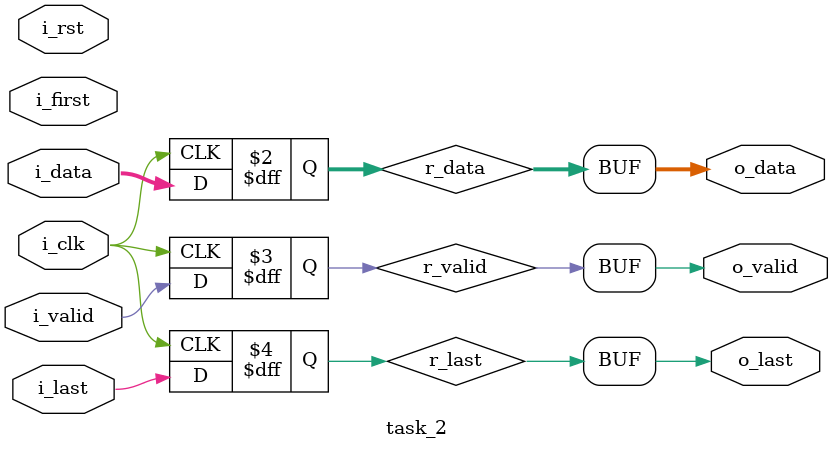
<source format=sv>
`timescale 1ns / 1ps
module task_2
#(
  parameter int TASK_INPUT_WIDTH = 8,
  parameter int TASK_OUTPUT_WIDTH = 8,
  parameter int INPUT_STREAMS     = 1,
  parameter int OUTPUT_STREAMS    = 1

)(
  input                         i_clk,
  input                         i_rst,

  input                         i_valid,
  input                         i_first,
  input                         i_last,
  input [TASK_INPUT_WIDTH-1:0]  i_data,

  output logic                  o_valid,
  output logic                  o_last,
  output logic [TASK_OUTPUT_WIDTH-1:0] o_data
);

  logic [TASK_OUTPUT_WIDTH-1:0] r_data; // Just a dummy register. Replace with your code.
  logic r_valid; // Just a dummy register. Replace with your code.
  logic r_last; // Just a dummy register. Replace with your code.

  always@(posedge i_clk) begin
    r_data <= i_data; // Just a dummy assignement. Replace with your code.
    r_valid <= i_valid; // Just a dummy assignement. Replace with your code.
    r_last <= i_last; // Just a dummy assignement. Replace with your code.
  end

  assign o_data = r_data; // Just a dummy assignement. Replace with your code.
  assign o_valid = r_valid; // Just a dummy assignement. Replace with your code.
  assign o_last = r_last; // Just a dummy assignement. Replace with your code.


endmodule


</source>
